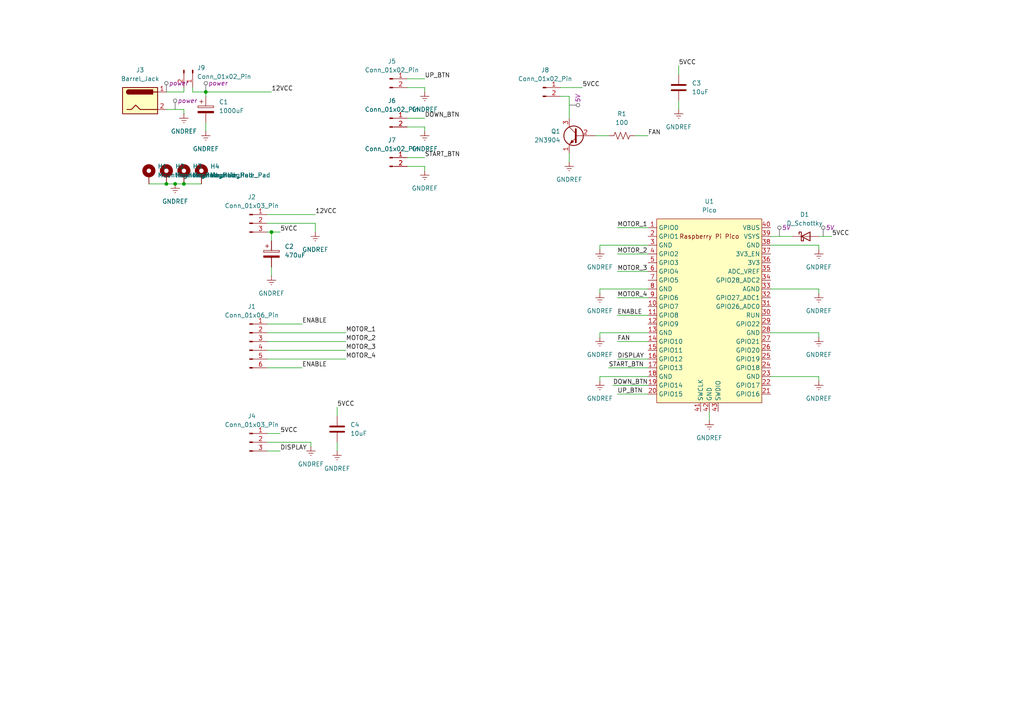
<source format=kicad_sch>
(kicad_sch (version 20231120) (generator "eeschema") (generator_version "8.0")
  (paper "A4")
  (lib_symbols
    (symbol "Connector:Barrel_Jack" (pin_names (offset 1.016))
      (property "Reference" "J" (at 0 5.334 0))
      (property "Value" "Barrel_Jack" (at 0 -5.08 0))
      (symbol "Barrel_Jack_0_1"
        (rectangle (start -5.08 3.81) (end 5.08 -3.81) (stroke (width 0.254)) (fill (type background)))
        (arc (start -3.302 3.175) (mid -3.9343 2.54) (end -3.302 1.905) (stroke (width 0.254)))
        (arc (start -3.302 3.175) (mid -3.9343 2.54) (end -3.302 1.905) (stroke (width 0.254)) (fill (type outline)))
        (polyline (pts (xy 5.08 2.54) (xy 3.81 2.54)) (stroke (width 0.254)))
        (polyline (pts (xy -3.81 -2.54) (xy -2.54 -2.54) (xy -1.27 -1.27) (xy 0 -2.54) (xy 2.54 -2.54) (xy 5.08 -2.54)) (stroke (width 0.254)))
        (rectangle (start 3.683 3.175) (end -3.302 1.905) (stroke (width 0.254)) (fill (type outline)))
      )
      (symbol "Barrel_Jack_1_1"
        (pin passive line (at 7.62 2.54 180) (length 2.54) (name "~") (number "1"))
        (pin passive line (at 7.62 -2.54 180) (length 2.54) (name "~") (number "2"))
      )
    )
    (symbol "Connector:Conn_01x02_Pin" (pin_names (offset 1.016) hide)
      (property "Reference" "J" (at 0 2.54 0))
      (property "Value" "Conn_01x02_Pin" (at 0 -5.08 0))
      (symbol "Conn_01x02_Pin_1_1"
        (polyline (pts (xy 1.27 -2.54) (xy 0.8636 -2.54)) (stroke (width 0.1524)))
        (polyline (pts (xy 1.27 0) (xy 0.8636 0)) (stroke (width 0.1524)))
        (rectangle (start 0.8636 -2.413) (end 0 -2.667) (stroke (width 0.1524)) (fill (type outline)))
        (rectangle (start 0.8636 0.127) (end 0 -0.127) (stroke (width 0.1524)) (fill (type outline)))
        (pin passive line (at 5.08 0 180) (length 3.81) (name "Pin_1") (number "1"))
        (pin passive line (at 5.08 -2.54 180) (length 3.81) (name "Pin_2") (number "2"))
      )
    )
    (symbol "Connector:Conn_01x03_Pin" (pin_names (offset 1.016) hide)
      (property "Reference" "J" (at 0 5.08 0))
      (property "Value" "Conn_01x03_Pin" (at 0 -5.08 0))
      (symbol "Conn_01x03_Pin_1_1"
        (polyline (pts (xy 1.27 -2.54) (xy 0.8636 -2.54)) (stroke (width 0.1524)))
        (polyline (pts (xy 1.27 0) (xy 0.8636 0)) (stroke (width 0.1524)))
        (polyline (pts (xy 1.27 2.54) (xy 0.8636 2.54)) (stroke (width 0.1524)))
        (rectangle (start 0.8636 -2.413) (end 0 -2.667) (stroke (width 0.1524)) (fill (type outline)))
        (rectangle (start 0.8636 0.127) (end 0 -0.127) (stroke (width 0.1524)) (fill (type outline)))
        (rectangle (start 0.8636 2.667) (end 0 2.413) (stroke (width 0.1524)) (fill (type outline)))
        (pin passive line (at 5.08 2.54 180) (length 3.81) (name "Pin_1") (number "1"))
        (pin passive line (at 5.08 0 180) (length 3.81) (name "Pin_2") (number "2"))
        (pin passive line (at 5.08 -2.54 180) (length 3.81) (name "Pin_3") (number "3"))
      )
    )
    (symbol "Connector:Conn_01x06_Pin" (pin_names (offset 1.016) hide)
      (property "Reference" "J" (at 0 7.62 0))
      (property "Value" "Conn_01x06_Pin" (at 0 -10.16 0))
      (symbol "Conn_01x06_Pin_1_1"
        (polyline (pts (xy 1.27 -7.62) (xy 0.8636 -7.62)) (stroke (width 0.1524)))
        (polyline (pts (xy 1.27 -5.08) (xy 0.8636 -5.08)) (stroke (width 0.1524)))
        (polyline (pts (xy 1.27 -2.54) (xy 0.8636 -2.54)) (stroke (width 0.1524)))
        (polyline (pts (xy 1.27 0) (xy 0.8636 0)) (stroke (width 0.1524)))
        (polyline (pts (xy 1.27 2.54) (xy 0.8636 2.54)) (stroke (width 0.1524)))
        (polyline (pts (xy 1.27 5.08) (xy 0.8636 5.08)) (stroke (width 0.1524)))
        (rectangle (start 0.8636 -7.493) (end 0 -7.747) (stroke (width 0.1524)) (fill (type outline)))
        (rectangle (start 0.8636 -4.953) (end 0 -5.207) (stroke (width 0.1524)) (fill (type outline)))
        (rectangle (start 0.8636 -2.413) (end 0 -2.667) (stroke (width 0.1524)) (fill (type outline)))
        (rectangle (start 0.8636 0.127) (end 0 -0.127) (stroke (width 0.1524)) (fill (type outline)))
        (rectangle (start 0.8636 2.667) (end 0 2.413) (stroke (width 0.1524)) (fill (type outline)))
        (rectangle (start 0.8636 5.207) (end 0 4.953) (stroke (width 0.1524)) (fill (type outline)))
        (pin passive line (at 5.08 5.08 180) (length 3.81) (name "Pin_1") (number "1"))
        (pin passive line (at 5.08 2.54 180) (length 3.81) (name "Pin_2") (number "2"))
        (pin passive line (at 5.08 0 180) (length 3.81) (name "Pin_3") (number "3"))
        (pin passive line (at 5.08 -2.54 180) (length 3.81) (name "Pin_4") (number "4"))
        (pin passive line (at 5.08 -5.08 180) (length 3.81) (name "Pin_5") (number "5"))
        (pin passive line (at 5.08 -7.62 180) (length 3.81) (name "Pin_6") (number "6"))
      )
    )
    (symbol "Device:C" (pin_numbers hide) (pin_names (offset 0.254))
      (property "Reference" "C" (at 0.635 2.54 0))
      (property "Value" "C" (at 0.635 -2.54 0))
      (symbol "C_0_1"
        (polyline (pts (xy -2.032 -0.762) (xy 2.032 -0.762)) (stroke (width 0.508)))
        (polyline (pts (xy -2.032 0.762) (xy 2.032 0.762)) (stroke (width 0.508)))
      )
      (symbol "C_1_1"
        (pin passive line (at 0 3.81 270) (length 2.794) (name "~") (number "1"))
        (pin passive line (at 0 -3.81 90) (length 2.794) (name "~") (number "2"))
      )
    )
    (symbol "Device:C_Polarized" (pin_numbers hide) (pin_names (offset 0.254))
      (property "Reference" "C" (at 0.635 2.54 0))
      (property "Value" "C_Polarized" (at 0.635 -2.54 0))
      (symbol "C_Polarized_0_1"
        (rectangle (start -2.286 0.508) (end 2.286 1.016))
        (polyline (pts (xy -1.778 2.286) (xy -0.762 2.286)))
        (polyline (pts (xy -1.27 2.794) (xy -1.27 1.778)))
        (rectangle (start 2.286 -0.508) (end -2.286 -1.016) (fill (type outline)))
      )
      (symbol "C_Polarized_1_1"
        (pin passive line (at 0 3.81 270) (length 2.794) (name "~") (number "1"))
        (pin passive line (at 0 -3.81 90) (length 2.794) (name "~") (number "2"))
      )
    )
    (symbol "Device:D_Schottky" (pin_numbers hide) (pin_names (offset 1.016) hide)
      (property "Reference" "D" (at 0 2.54 0))
      (property "Value" "D_Schottky" (at 0 -2.54 0))
      (symbol "D_Schottky_0_1"
        (polyline (pts (xy 1.27 0) (xy -1.27 0)))
        (polyline (pts (xy 1.27 1.27) (xy 1.27 -1.27) (xy -1.27 0) (xy 1.27 1.27)) (stroke (width 0.254)))
        (polyline (pts (xy -1.905 0.635) (xy -1.905 1.27) (xy -1.27 1.27) (xy -1.27 -1.27) (xy -0.635 -1.27) (xy -0.635 -0.635)) (stroke (width 0.254)))
      )
      (symbol "D_Schottky_1_1"
        (pin passive line (at -3.81 0 0) (length 2.54) (name "K") (number "1"))
        (pin passive line (at 3.81 0 180) (length 2.54) (name "A") (number "2"))
      )
    )
    (symbol "Device:R_US" (pin_numbers hide) (pin_names (offset 0))
      (property "Reference" "R" (at 2.54 0 90))
      (property "Value" "R_US" (at -2.54 0 90))
      (symbol "R_US_0_1"
        (polyline (pts (xy 0 -2.286) (xy 0 -2.54)))
        (polyline (pts (xy 0 2.286) (xy 0 2.54)))
        (polyline (pts (xy 0 -0.762) (xy 1.016 -1.143) (xy 0 -1.524) (xy -1.016 -1.905) (xy 0 -2.286)))
        (polyline (pts (xy 0 0.762) (xy 1.016 0.381) (xy 0 0) (xy -1.016 -0.381) (xy 0 -0.762)))
        (polyline (pts (xy 0 2.286) (xy 1.016 1.905) (xy 0 1.524) (xy -1.016 1.143) (xy 0 0.762)))
      )
      (symbol "R_US_1_1"
        (pin passive line (at 0 3.81 270) (length 1.27) (name "~") (number "1"))
        (pin passive line (at 0 -3.81 90) (length 1.27) (name "~") (number "2"))
      )
    )
    (symbol "MCU_RaspberryPi_and_Boards:Pico"
      (property "Reference" "U" (at -13.97 27.94 0))
      (property "Value" "Pico" (at 0 19.05 0))
      (symbol "Pico_0_0"
        (text "Raspberry Pi Pico" (at 0 21.59 0) (effects (font (size 1.27 1.27))))
      )
      (symbol "Pico_0_1"
        (rectangle (start -15.24 26.67) (end 15.24 -26.67) (fill (type background)))
      )
      (symbol "Pico_1_1"
        (pin bidirectional line (at -17.78 24.13 0) (length 2.54) (name "GPIO0") (number "1"))
        (pin bidirectional line (at -17.78 1.27 0) (length 2.54) (name "GPIO7") (number "10"))
        (pin bidirectional line (at -17.78 -1.27 0) (length 2.54) (name "GPIO8") (number "11"))
        (pin bidirectional line (at -17.78 -3.81 0) (length 2.54) (name "GPIO9") (number "12"))
        (pin power_in line (at -17.78 -6.35 0) (length 2.54) (name "GND") (number "13"))
        (pin bidirectional line (at -17.78 -8.89 0) (length 2.54) (name "GPIO10") (number "14"))
        (pin bidirectional line (at -17.78 -11.43 0) (length 2.54) (name "GPIO11") (number "15"))
        (pin bidirectional line (at -17.78 -13.97 0) (length 2.54) (name "GPIO12") (number "16"))
        (pin bidirectional line (at -17.78 -16.51 0) (length 2.54) (name "GPIO13") (number "17"))
        (pin power_in line (at -17.78 -19.05 0) (length 2.54) (name "GND") (number "18"))
        (pin bidirectional line (at -17.78 -21.59 0) (length 2.54) (name "GPIO14") (number "19"))
        (pin bidirectional line (at -17.78 21.59 0) (length 2.54) (name "GPIO1") (number "2"))
        (pin bidirectional line (at -17.78 -24.13 0) (length 2.54) (name "GPIO15") (number "20"))
        (pin bidirectional line (at 17.78 -24.13 180) (length 2.54) (name "GPIO16") (number "21"))
        (pin bidirectional line (at 17.78 -21.59 180) (length 2.54) (name "GPIO17") (number "22"))
        (pin power_in line (at 17.78 -19.05 180) (length 2.54) (name "GND") (number "23"))
        (pin bidirectional line (at 17.78 -16.51 180) (length 2.54) (name "GPIO18") (number "24"))
        (pin bidirectional line (at 17.78 -13.97 180) (length 2.54) (name "GPIO19") (number "25"))
        (pin bidirectional line (at 17.78 -11.43 180) (length 2.54) (name "GPIO20") (number "26"))
        (pin bidirectional line (at 17.78 -8.89 180) (length 2.54) (name "GPIO21") (number "27"))
        (pin power_in line (at 17.78 -6.35 180) (length 2.54) (name "GND") (number "28"))
        (pin bidirectional line (at 17.78 -3.81 180) (length 2.54) (name "GPIO22") (number "29"))
        (pin power_in line (at -17.78 19.05 0) (length 2.54) (name "GND") (number "3"))
        (pin input line (at 17.78 -1.27 180) (length 2.54) (name "RUN") (number "30"))
        (pin bidirectional line (at 17.78 1.27 180) (length 2.54) (name "GPIO26_ADC0") (number "31"))
        (pin bidirectional line (at 17.78 3.81 180) (length 2.54) (name "GPIO27_ADC1") (number "32"))
        (pin power_in line (at 17.78 6.35 180) (length 2.54) (name "AGND") (number "33"))
        (pin bidirectional line (at 17.78 8.89 180) (length 2.54) (name "GPIO28_ADC2") (number "34"))
        (pin power_in line (at 17.78 11.43 180) (length 2.54) (name "ADC_VREF") (number "35"))
        (pin power_in line (at 17.78 13.97 180) (length 2.54) (name "3V3") (number "36"))
        (pin input line (at 17.78 16.51 180) (length 2.54) (name "3V3_EN") (number "37"))
        (pin bidirectional line (at 17.78 19.05 180) (length 2.54) (name "GND") (number "38"))
        (pin power_in line (at 17.78 21.59 180) (length 2.54) (name "VSYS") (number "39"))
        (pin bidirectional line (at -17.78 16.51 0) (length 2.54) (name "GPIO2") (number "4"))
        (pin power_in line (at 17.78 24.13 180) (length 2.54) (name "VBUS") (number "40"))
        (pin input line (at -2.54 -29.21 90) (length 2.54) (name "SWCLK") (number "41"))
        (pin power_in line (at 0 -29.21 90) (length 2.54) (name "GND") (number "42"))
        (pin bidirectional line (at 2.54 -29.21 90) (length 2.54) (name "SWDIO") (number "43"))
        (pin bidirectional line (at -17.78 13.97 0) (length 2.54) (name "GPIO3") (number "5"))
        (pin bidirectional line (at -17.78 11.43 0) (length 2.54) (name "GPIO4") (number "6"))
        (pin bidirectional line (at -17.78 8.89 0) (length 2.54) (name "GPIO5") (number "7"))
        (pin power_in line (at -17.78 6.35 0) (length 2.54) (name "GND") (number "8"))
        (pin bidirectional line (at -17.78 3.81 0) (length 2.54) (name "GPIO6") (number "9"))
      )
    )
    (symbol "Mechanical:MountingHole_Pad" (pin_numbers hide) (pin_names (offset 1.016) hide) (exclude_from_sim yes) (in_bom no)
      (property "Reference" "H" (at 0 6.35 0))
      (property "Value" "MountingHole_Pad" (at 0 4.445 0))
      (symbol "MountingHole_Pad_0_1"
        (circle (center 0 1.27) (radius 1.27) (stroke (width 1.27)))
      )
      (symbol "MountingHole_Pad_1_1"
        (pin input line (at 0 -2.54 90) (length 2.54) (name "1") (number "1"))
      )
    )
    (symbol "Transistor_BJT:2N3904" (pin_names (offset 0) hide)
      (property "Reference" "Q" (at 5.08 1.905 0))
      (property "Value" "2N3904" (at 5.08 0 0))
      (symbol "2N3904_0_1"
        (polyline (pts (xy 0.635 0.635) (xy 2.54 2.54)))
        (polyline (pts (xy 0.635 -0.635) (xy 2.54 -2.54) (xy 2.54 -2.54)))
        (polyline (pts (xy 0.635 1.905) (xy 0.635 -1.905) (xy 0.635 -1.905)) (stroke (width 0.508)))
        (polyline (pts (xy 1.27 -1.778) (xy 1.778 -1.27) (xy 2.286 -2.286) (xy 1.27 -1.778) (xy 1.27 -1.778)) (fill (type outline)))
        (circle (center 1.27 0) (radius 2.8194) (stroke (width 0.254)))
      )
      (symbol "2N3904_1_1"
        (pin passive line (at 2.54 -5.08 90) (length 2.54) (name "E") (number "1"))
        (pin passive line (at -5.08 0 0) (length 5.715) (name "B") (number "2"))
        (pin passive line (at 2.54 5.08 270) (length 2.54) (name "C") (number "3"))
      )
    )
    (symbol "power:GNDREF" (power) (pin_numbers hide) (pin_names (offset 0) hide)
      (property "Value" "GNDREF" (at 0 -3.81 0))
      (symbol "GNDREF_0_1"
        (polyline (pts (xy -0.635 -1.905) (xy 0.635 -1.905)))
        (polyline (pts (xy -0.127 -2.54) (xy 0.127 -2.54)))
        (polyline (pts (xy 0 -1.27) (xy 0 0)))
        (polyline (pts (xy 1.27 -1.27) (xy -1.27 -1.27)))
      )
      (symbol "GNDREF_1_1"
        (pin power_in line (at 0 0 270) (length 0) (name "~") (number "1"))
      )
    )
  )
  (junction (at 53.34 53.34))
  (junction (at 48.26 53.34))
  (junction (at 50.8 53.34))
  (junction (at 59.69 26.67))
  (junction (at 78.74 67.31))
  (wire (pts (xy 77.47 62.23) (xy 91.44 62.23)))
  (wire (pts (xy 118.11 36.83) (xy 123.19 36.83)))
  (wire (pts (xy 77.47 128.27) (xy 90.17 128.27)))
  (wire (pts (xy 237.49 68.58) (xy 241.3 68.58)))
  (wire (pts (xy 100.33 96.52) (xy 77.47 96.52)))
  (wire (pts (xy 118.11 34.29) (xy 123.19 34.29)))
  (wire (pts (xy 223.52 96.52) (xy 237.49 96.52)))
  (wire (pts (xy 187.96 109.22) (xy 173.99 109.22)))
  (wire (pts (xy 59.69 26.67) (xy 59.69 27.94)))
  (wire (pts (xy 187.96 83.82) (xy 173.99 83.82)))
  (wire (pts (xy 179.07 104.14) (xy 187.96 104.14)))
  (wire (pts (xy 179.07 91.44) (xy 187.96 91.44)))
  (wire (pts (xy 91.44 64.77) (xy 91.44 67.31)))
  (wire (pts (xy 177.8 111.76) (xy 187.96 111.76)))
  (wire (pts (xy 223.52 109.22) (xy 237.49 109.22)))
  (wire (pts (xy 179.07 66.04) (xy 187.96 66.04)))
  (wire (pts (xy 205.74 119.38) (xy 205.74 121.92)))
  (wire (pts (xy 179.07 86.36) (xy 187.96 86.36)))
  (wire (pts (xy 118.11 45.72) (xy 123.19 45.72)))
  (wire (pts (xy 123.19 48.26) (xy 123.19 49.53)))
  (wire (pts (xy 97.79 118.11) (xy 97.79 120.65)))
  (wire (pts (xy 55.88 26.67) (xy 59.69 26.67)))
  (wire (pts (xy 48.26 53.34) (xy 50.8 53.34)))
  (wire (pts (xy 118.11 25.4) (xy 123.19 25.4)))
  (wire (pts (xy 196.85 19.05) (xy 196.85 21.59)))
  (wire (pts (xy 77.47 125.73) (xy 81.28 125.73)))
  (wire (pts (xy 223.52 68.58) (xy 229.87 68.58)))
  (wire (pts (xy 162.56 27.94) (xy 165.1 27.94)))
  (wire (pts (xy 237.49 71.12) (xy 237.49 72.39)))
  (wire (pts (xy 55.88 25.4) (xy 55.88 26.67)))
  (wire (pts (xy 59.69 26.67) (xy 78.74 26.67)))
  (wire (pts (xy 77.47 99.06) (xy 100.33 99.06)))
  (wire (pts (xy 59.69 35.56) (xy 59.69 38.1)))
  (wire (pts (xy 179.07 73.66) (xy 187.96 73.66)))
  (wire (pts (xy 43.18 53.34) (xy 48.26 53.34)))
  (wire (pts (xy 179.07 99.06) (xy 187.96 99.06)))
  (wire (pts (xy 176.53 106.68) (xy 187.96 106.68)))
  (wire (pts (xy 100.33 104.14) (xy 77.47 104.14)))
  (wire (pts (xy 77.47 130.81) (xy 81.28 130.81)))
  (wire (pts (xy 77.47 101.6) (xy 100.33 101.6)))
  (wire (pts (xy 77.47 64.77) (xy 91.44 64.77)))
  (wire (pts (xy 118.11 22.86) (xy 123.19 22.86)))
  (wire (pts (xy 162.56 25.4) (xy 168.91 25.4)))
  (wire (pts (xy 179.07 78.74) (xy 187.96 78.74)))
  (wire (pts (xy 165.1 44.45) (xy 165.1 46.99)))
  (wire (pts (xy 173.99 71.12) (xy 173.99 72.39)))
  (wire (pts (xy 53.34 53.34) (xy 58.42 53.34)))
  (wire (pts (xy 187.96 71.12) (xy 173.99 71.12)))
  (wire (pts (xy 237.49 109.22) (xy 237.49 110.49)))
  (wire (pts (xy 123.19 36.83) (xy 123.19 38.1)))
  (wire (pts (xy 90.17 128.27) (xy 90.17 129.54)))
  (wire (pts (xy 53.34 31.75) (xy 53.34 33.02)))
  (wire (pts (xy 187.96 96.52) (xy 173.99 96.52)))
  (wire (pts (xy 78.74 67.31) (xy 81.28 67.31)))
  (wire (pts (xy 172.72 39.37) (xy 176.53 39.37)))
  (wire (pts (xy 77.47 93.98) (xy 87.63 93.98)))
  (wire (pts (xy 48.26 31.75) (xy 53.34 31.75)))
  (wire (pts (xy 50.8 53.34) (xy 53.34 53.34)))
  (wire (pts (xy 77.47 67.31) (xy 78.74 67.31)))
  (wire (pts (xy 97.79 128.27) (xy 97.79 130.81)))
  (wire (pts (xy 237.49 83.82) (xy 237.49 85.09)))
  (wire (pts (xy 223.52 71.12) (xy 237.49 71.12)))
  (wire (pts (xy 173.99 83.82) (xy 173.99 85.09)))
  (wire (pts (xy 184.15 39.37) (xy 187.96 39.37)))
  (wire (pts (xy 179.07 114.3) (xy 187.96 114.3)))
  (wire (pts (xy 196.85 29.21) (xy 196.85 31.75)))
  (wire (pts (xy 165.1 27.94) (xy 165.1 34.29)))
  (wire (pts (xy 123.19 25.4) (xy 123.19 26.67)))
  (wire (pts (xy 173.99 96.52) (xy 173.99 97.79)))
  (wire (pts (xy 53.34 26.67) (xy 53.34 25.4)))
  (wire (pts (xy 77.47 106.68) (xy 87.63 106.68)))
  (wire (pts (xy 78.74 77.47) (xy 78.74 80.01)))
  (wire (pts (xy 223.52 83.82) (xy 237.49 83.82)))
  (wire (pts (xy 48.26 26.67) (xy 53.34 26.67)))
  (wire (pts (xy 173.99 109.22) (xy 173.99 110.49)))
  (wire (pts (xy 78.74 67.31) (xy 78.74 69.85)))
  (wire (pts (xy 118.11 48.26) (xy 123.19 48.26)))
  (wire (pts (xy 237.49 96.52) (xy 237.49 97.79)))
  (label "5VCC" (at 168.91 25.4 0))
  (label "FAN" (at 187.96 39.37 0))
  (label "MOTOR_4" (at 100.33 104.14 0))
  (label "MOTOR_1" (at 100.33 96.52 0))
  (label "DISPLAY" (at 179.07 104.14 0))
  (label "ENABLE" (at 179.07 91.44 0))
  (label "UP_BTN" (at 123.19 22.86 0))
  (label "MOTOR_4" (at 179.07 86.36 0))
  (label "5VCC" (at 81.28 67.31 0))
  (label "MOTOR_2" (at 179.07 73.66 0))
  (label "MOTOR_3" (at 179.07 78.74 0))
  (label "FAN" (at 179.07 99.06 0))
  (label "ENABLE" (at 87.63 93.98 0))
  (label "UP_BTN" (at 179.07 114.3 0))
  (label "DOWN_BTN" (at 177.8 111.76 0))
  (label "MOTOR_3" (at 100.33 101.6 0))
  (label "5VCC" (at 81.28 125.73 0))
  (label "DISPLAY" (at 81.28 130.81 0))
  (label "12VCC" (at 91.44 62.23 0))
  (label "ENABLE" (at 87.63 106.68 0))
  (label "12VCC" (at 78.74 26.67 0))
  (label "MOTOR_1" (at 179.07 66.04 0))
  (label "START_BTN" (at 176.53 106.68 0))
  (label "5VCC" (at 196.85 19.05 0))
  (label "MOTOR_2" (at 100.33 99.06 0))
  (label "START_BTN" (at 123.19 45.72 0))
  (label "DOWN_BTN" (at 123.19 34.29 0))
  (label "5VCC" (at 241.3 68.58 0))
  (label "5VCC" (at 97.79 118.11 0))
  (netclass_flag "" (length 2.54) (shape round) (at 48.26 26.67 0) (property "Netclass" "power" (at 48.9585 24.13 0) (effects (font (italic yes)) (justify left))))
  (netclass_flag "" (length 2.54) (shape round) (at 59.69 26.67 0) (property "Netclass" "power" (at 60.3885 24.13 0) (effects (font (italic yes)) (justify left))))
  (netclass_flag "" (length 2.54) (shape round) (at 50.8 31.75 0) (property "Netclass" "power" (at 51.4985 29.21 0) (effects (font (italic yes)) (justify left))))
  (netclass_flag "" (length 2.54) (shape round) (at 165.1 30.48 270) (property "Netclass" "5V" (at 167.64 29.7815 90) (effects (font (italic yes)) (justify left))))
  (netclass_flag "" (length 2.54) (shape round) (at 226.06 68.58 0) (property "Netclass" "5V" (at 226.7585 66.04 0) (effects (font (italic yes)) (justify left))))
  (netclass_flag "" (length 2.54) (shape round) (at 238.76 68.58 0) (property "Netclass" "5V" (at 239.4585 66.04 0) (effects (font (italic yes)) (justify left))))
  (symbol (lib_id "Device:C_Polarized") (at 78.74 73.66 0) (unit 1)
    (property "Reference" "C2" (at 82.55 71.5009 0) (effects (justify left)))
    (property "Value" "470uF" (at 82.55 74.0409 0) (effects (justify left)))
    (property "Footprint" "Capacitor_THT:CP_Radial_D8.0mm_P3.50mm" (effects (hide yes)))
    (property "Description" "Polarized capacitor" (effects (hide yes)))
  )
  (symbol (lib_id "Device:R_US") (at 180.34 39.37 90) (unit 1)
    (property "Reference" "R1" (at 180.34 33.02 90))
    (property "Value" "100" (at 180.34 35.56 90))
    (property "Footprint" "Resistor_SMD:R_0603_1608Metric_Pad0.98x0.95mm_HandSolder" (effects (hide yes)))
    (property "Description" "Resistor, US symbol" (effects (hide yes)))
  )
  (symbol (lib_id "Mechanical:MountingHole_Pad") (at 48.26 50.8 0) (unit 1) (exclude_from_sim yes) (in_bom no)
    (property "Reference" "H2" (at 50.8 48.2599 0) (effects (justify left)))
    (property "Value" "MountingHole_Pad" (at 50.8 50.7999 0) (effects (justify left)))
    (property "Footprint" "MountingHole:MountingHole_3.2mm_M3_ISO7380_Pad" (effects (hide yes)))
    (property "Description" "Mounting Hole with connection" (effects (hide yes)))
  )
  (symbol (lib_id "Connector:Conn_01x02_Pin") (at 113.03 45.72 0) (unit 1)
    (property "Reference" "J7" (at 113.665 40.64 0))
    (property "Value" "Conn_01x02_Pin" (at 113.665 43.18 0))
    (property "Footprint" "Connector_PinHeader_2.54mm:PinHeader_1x02_P2.54mm_Vertical" (effects (hide yes)))
    (property "Description" "Generic connector, single row, 01x02, script generated" (effects (hide yes)))
  )
  (symbol (lib_id "power:GNDREF") (at 196.85 31.75 0) (unit 1)
    (property "Reference" "#PWR04" (effects (hide yes)))
    (property "Value" "GNDREF" (at 196.85 36.83 0))
    (property "Description" "Power symbol creates a global label with name \"GNDREF\" , reference supply ground" (effects (hide yes)))
  )
  (symbol (lib_id "power:GNDREF") (at 91.44 67.31 0) (unit 1)
    (property "Reference" "#PWR01" (effects (hide yes)))
    (property "Value" "GNDREF" (at 91.44 72.39 0))
    (property "Description" "Power symbol creates a global label with name \"GNDREF\" , reference supply ground" (effects (hide yes)))
  )
  (symbol (lib_id "Device:C") (at 97.79 124.46 0) (unit 1)
    (property "Reference" "C4" (at 101.6 123.1899 0) (effects (justify left)))
    (property "Value" "10uF" (at 101.6 125.7299 0) (effects (justify left)))
    (property "Footprint" "Capacitor_SMD:C_0603_1608Metric_Pad1.08x0.95mm_HandSolder" (effects (hide yes)))
    (property "Description" "Unpolarized capacitor" (effects (hide yes)))
  )
  (symbol (lib_id "Connector:Conn_01x02_Pin") (at 55.88 20.32 270) (unit 1)
    (property "Reference" "J9" (at 57.15 19.6849 90) (effects (justify left)))
    (property "Value" "Conn_01x02_Pin" (at 57.15 22.2249 90) (effects (justify left)))
    (property "Footprint" "Connector_PinHeader_2.54mm:PinHeader_1x02_P2.54mm_Vertical" (effects (hide yes)))
    (property "Description" "Generic connector, single row, 01x02, script generated" (effects (hide yes)))
  )
  (symbol (lib_id "power:GNDREF") (at 50.8 53.34 0) (unit 1)
    (property "Reference" "#PWR020" (effects (hide yes)))
    (property "Value" "GNDREF" (at 50.8 58.42 0))
    (property "Description" "Power symbol creates a global label with name \"GNDREF\" , reference supply ground" (effects (hide yes)))
  )
  (symbol (lib_id "Connector:Conn_01x02_Pin") (at 157.48 25.4 0) (unit 1)
    (property "Reference" "J8" (at 158.115 20.32 0))
    (property "Value" "Conn_01x02_Pin" (at 158.115 22.86 0))
    (property "Footprint" "Connector_PinHeader_2.54mm:PinHeader_1x02_P2.54mm_Vertical" (effects (hide yes)))
    (property "Description" "Generic connector, single row, 01x02, script generated" (effects (hide yes)))
  )
  (symbol (lib_id "power:GNDREF") (at 237.49 72.39 0) (unit 1)
    (property "Reference" "#PWR016" (effects (hide yes)))
    (property "Value" "GNDREF" (at 237.49 77.47 0))
    (property "Description" "Power symbol creates a global label with name \"GNDREF\" , reference supply ground" (effects (hide yes)))
  )
  (symbol (lib_id "power:GNDREF") (at 123.19 38.1 0) (unit 1)
    (property "Reference" "#PWR06" (effects (hide yes)))
    (property "Value" "GNDREF" (at 123.19 43.18 0))
    (property "Description" "Power symbol creates a global label with name \"GNDREF\" , reference supply ground" (effects (hide yes)))
  )
  (symbol (lib_id "power:GNDREF") (at 123.19 26.67 0) (unit 1)
    (property "Reference" "#PWR05" (effects (hide yes)))
    (property "Value" "GNDREF" (at 123.19 31.75 0))
    (property "Description" "Power symbol creates a global label with name \"GNDREF\" , reference supply ground" (effects (hide yes)))
  )
  (symbol (lib_id "Connector:Conn_01x02_Pin") (at 113.03 22.86 0) (unit 1)
    (property "Reference" "J5" (at 113.665 17.78 0))
    (property "Value" "Conn_01x02_Pin" (at 113.665 20.32 0))
    (property "Footprint" "Connector_PinHeader_2.54mm:PinHeader_1x02_P2.54mm_Vertical" (effects (hide yes)))
    (property "Description" "Generic connector, single row, 01x02, script generated" (effects (hide yes)))
  )
  (symbol (lib_id "power:GNDREF") (at 173.99 110.49 0) (unit 1)
    (property "Reference" "#PWR012" (effects (hide yes)))
    (property "Value" "GNDREF" (at 173.99 115.57 0))
    (property "Description" "Power symbol creates a global label with name \"GNDREF\" , reference supply ground" (effects (hide yes)))
  )
  (symbol (lib_id "Mechanical:MountingHole_Pad") (at 53.34 50.8 0) (unit 1) (exclude_from_sim yes) (in_bom no)
    (property "Reference" "H3" (at 55.88 48.2599 0) (effects (justify left)))
    (property "Value" "MountingHole_Pad" (at 55.88 50.7999 0) (effects (justify left)))
    (property "Footprint" "MountingHole:MountingHole_3.2mm_M3_ISO7380_Pad" (effects (hide yes)))
    (property "Description" "Mounting Hole with connection" (effects (hide yes)))
  )
  (symbol (lib_id "Device:C") (at 196.85 25.4 0) (unit 1)
    (property "Reference" "C3" (at 200.66 24.1299 0) (effects (justify left)))
    (property "Value" "10uF" (at 200.66 26.6699 0) (effects (justify left)))
    (property "Footprint" "Capacitor_SMD:C_0603_1608Metric_Pad1.08x0.95mm_HandSolder" (effects (hide yes)))
    (property "Description" "Unpolarized capacitor" (effects (hide yes)))
  )
  (symbol (lib_id "power:GNDREF") (at 205.74 121.92 0) (unit 1)
    (property "Reference" "#PWR09" (effects (hide yes)))
    (property "Value" "GNDREF" (at 205.74 127 0))
    (property "Description" "Power symbol creates a global label with name \"GNDREF\" , reference supply ground" (effects (hide yes)))
  )
  (symbol (lib_id "power:GNDREF") (at 237.49 97.79 0) (unit 1)
    (property "Reference" "#PWR013" (effects (hide yes)))
    (property "Value" "GNDREF" (at 237.49 102.87 0))
    (property "Description" "Power symbol creates a global label with name \"GNDREF\" , reference supply ground" (effects (hide yes)))
  )
  (symbol (lib_id "MCU_RaspberryPi_and_Boards:Pico") (at 205.74 90.17 0) (unit 1)
    (property "Reference" "U1" (at 205.74 58.42 0))
    (property "Value" "Pico" (at 205.74 60.96 0))
    (property "Footprint" "MCU_RaspberryPi_and_Boards:RPi_Pico_SMD_TH" (effects (hide yes)))
  )
  (symbol (lib_id "Connector:Conn_01x06_Pin") (at 72.39 99.06 0) (unit 1)
    (property "Reference" "J1" (at 73.025 88.9 0))
    (property "Value" "Conn_01x06_Pin" (at 73.025 91.44 0))
    (property "Footprint" "Connector_PinHeader_2.54mm:PinHeader_1x06_P2.54mm_Vertical" (effects (hide yes)))
    (property "Description" "Generic connector, single row, 01x06, script generated" (effects (hide yes)))
  )
  (symbol (lib_id "power:GNDREF") (at 90.17 129.54 0) (unit 1)
    (property "Reference" "#PWR03" (effects (hide yes)))
    (property "Value" "GNDREF" (at 90.17 134.62 0))
    (property "Description" "Power symbol creates a global label with name \"GNDREF\" , reference supply ground" (effects (hide yes)))
  )
  (symbol (lib_id "power:GNDREF") (at 237.49 110.49 0) (unit 1)
    (property "Reference" "#PWR014" (effects (hide yes)))
    (property "Value" "GNDREF" (at 237.49 115.57 0))
    (property "Description" "Power symbol creates a global label with name \"GNDREF\" , reference supply ground" (effects (hide yes)))
  )
  (symbol (lib_id "power:GNDREF") (at 53.34 33.02 0) (unit 1)
    (property "Reference" "#PWR02" (effects (hide yes)))
    (property "Value" "GNDREF" (at 53.34 38.1 0))
    (property "Description" "Power symbol creates a global label with name \"GNDREF\" , reference supply ground" (effects (hide yes)))
  )
  (symbol (lib_id "Transistor_BJT:2N3904") (at 167.64 39.37 0) (mirror y) (unit 1)
    (property "Reference" "Q1" (at 162.56 38.0999 0) (effects (justify left)))
    (property "Value" "2N3904" (at 162.56 40.6399 0) (effects (justify left)))
    (property "Footprint" "Package_TO_SOT_THT:TO-92_Inline" (effects (hide yes)))
    (property "Datasheet" "https://www.onsemi.com/pub/Collateral/2N3903-D.PDF" (effects (hide yes)))
    (property "Description" "0.2A Ic, 40V Vce, Small Signal NPN Transistor, TO-92" (effects (hide yes)))
  )
  (symbol (lib_id "power:GNDREF") (at 78.74 80.01 0) (unit 1)
    (property "Reference" "#PWR019" (effects (hide yes)))
    (property "Value" "GNDREF" (at 78.74 85.09 0))
    (property "Description" "Power symbol creates a global label with name \"GNDREF\" , reference supply ground" (effects (hide yes)))
  )
  (symbol (lib_id "Mechanical:MountingHole_Pad") (at 58.42 50.8 0) (unit 1) (exclude_from_sim yes) (in_bom no)
    (property "Reference" "H4" (at 60.96 48.2599 0) (effects (justify left)))
    (property "Value" "MountingHole_Pad" (at 60.96 50.7999 0) (effects (justify left)))
    (property "Footprint" "MountingHole:MountingHole_3.2mm_M3_ISO7380_Pad" (effects (hide yes)))
    (property "Description" "Mounting Hole with connection" (effects (hide yes)))
  )
  (symbol (lib_id "power:GNDREF") (at 59.69 38.1 0) (unit 1)
    (property "Reference" "#PWR018" (effects (hide yes)))
    (property "Value" "GNDREF" (at 59.69 43.18 0))
    (property "Description" "Power symbol creates a global label with name \"GNDREF\" , reference supply ground" (effects (hide yes)))
  )
  (symbol (lib_id "power:GNDREF") (at 237.49 85.09 0) (unit 1)
    (property "Reference" "#PWR015" (effects (hide yes)))
    (property "Value" "GNDREF" (at 237.49 90.17 0))
    (property "Description" "Power symbol creates a global label with name \"GNDREF\" , reference supply ground" (effects (hide yes)))
  )
  (symbol (lib_id "Connector:Barrel_Jack") (at 40.64 29.21 0) (unit 1)
    (property "Reference" "J3" (at 40.64 20.32 0))
    (property "Value" "Barrel_Jack" (at 40.64 22.86 0))
    (property "Footprint" "Connector_BarrelJack:BarrelJack_CUI_PJ-036AH-SMT_Horizontal" (effects (hide yes)))
  )
  (symbol (lib_id "power:GNDREF") (at 173.99 72.39 0) (unit 1)
    (property "Reference" "#PWR08" (effects (hide yes)))
    (property "Value" "GNDREF" (at 173.99 77.47 0))
    (property "Description" "Power symbol creates a global label with name \"GNDREF\" , reference supply ground" (effects (hide yes)))
  )
  (symbol (lib_id "Connector:Conn_01x03_Pin") (at 72.39 128.27 0) (unit 1)
    (property "Reference" "J4" (at 73.025 120.65 0))
    (property "Value" "Conn_01x03_Pin" (at 73.025 123.19 0))
    (property "Footprint" "Connector_PinHeader_2.54mm:PinHeader_1x03_P2.54mm_Vertical" (effects (hide yes)))
    (property "Description" "Generic connector, single row, 01x03, script generated" (effects (hide yes)))
  )
  (symbol (lib_id "Connector:Conn_01x03_Pin") (at 72.39 64.77 0) (unit 1)
    (property "Reference" "J2" (at 73.025 57.15 0))
    (property "Value" "Conn_01x03_Pin" (at 73.025 59.69 0))
    (property "Footprint" "Connector_PinHeader_2.54mm:PinHeader_1x03_P2.54mm_Vertical" (effects (hide yes)))
    (property "Description" "Generic connector, single row, 01x03, script generated" (effects (hide yes)))
  )
  (symbol (lib_id "power:GNDREF") (at 123.19 49.53 0) (unit 1)
    (property "Reference" "#PWR07" (effects (hide yes)))
    (property "Value" "GNDREF" (at 123.19 54.61 0))
    (property "Description" "Power symbol creates a global label with name \"GNDREF\" , reference supply ground" (effects (hide yes)))
  )
  (symbol (lib_id "Connector:Conn_01x02_Pin") (at 113.03 34.29 0) (unit 1)
    (property "Reference" "J6" (at 113.665 29.21 0))
    (property "Value" "Conn_01x02_Pin" (at 113.665 31.75 0))
    (property "Footprint" "Connector_PinHeader_2.54mm:PinHeader_1x02_P2.54mm_Vertical" (effects (hide yes)))
    (property "Description" "Generic connector, single row, 01x02, script generated" (effects (hide yes)))
  )
  (symbol (lib_id "Device:C_Polarized") (at 59.69 31.75 0) (unit 1)
    (property "Reference" "C1" (at 63.5 29.5909 0) (effects (justify left)))
    (property "Value" "1000uF" (at 63.5 32.1309 0) (effects (justify left)))
    (property "Footprint" "Capacitor_THT:CP_Radial_D8.0mm_P3.50mm" (effects (hide yes)))
    (property "Description" "Polarized capacitor" (effects (hide yes)))
  )
  (symbol (lib_id "power:GNDREF") (at 173.99 85.09 0) (unit 1)
    (property "Reference" "#PWR010" (effects (hide yes)))
    (property "Value" "GNDREF" (at 173.99 90.17 0))
    (property "Description" "Power symbol creates a global label with name \"GNDREF\" , reference supply ground" (effects (hide yes)))
  )
  (symbol (lib_id "Mechanical:MountingHole_Pad") (at 43.18 50.8 0) (unit 1) (exclude_from_sim yes) (in_bom no)
    (property "Reference" "H1" (at 45.72 48.2599 0) (effects (justify left)))
    (property "Value" "MountingHole_Pad" (at 45.72 50.7999 0) (effects (justify left)))
    (property "Footprint" "MountingHole:MountingHole_3.2mm_M3_ISO7380_Pad" (effects (hide yes)))
    (property "Description" "Mounting Hole with connection" (effects (hide yes)))
  )
  (symbol (lib_id "power:GNDREF") (at 173.99 97.79 0) (unit 1)
    (property "Reference" "#PWR011" (effects (hide yes)))
    (property "Value" "GNDREF" (at 173.99 102.87 0))
    (property "Description" "Power symbol creates a global label with name \"GNDREF\" , reference supply ground" (effects (hide yes)))
  )
  (symbol (lib_id "Device:D_Schottky") (at 233.68 68.58 0) (unit 1)
    (property "Reference" "D1" (at 233.3625 62.23 0))
    (property "Value" "D_Schottky" (at 233.3625 64.77 0))
    (property "Footprint" "Diode_SMD:D_SOD-123F" (effects (hide yes)))
  )
  (symbol (lib_id "power:GNDREF") (at 97.79 130.81 0) (unit 1)
    (property "Reference" "#PWR021" (effects (hide yes)))
    (property "Value" "GNDREF" (at 97.79 135.89 0))
    (property "Description" "Power symbol creates a global label with name \"GNDREF\" , reference supply ground" (effects (hide yes)))
  )
  (symbol (lib_id "power:GNDREF") (at 165.1 46.99 0) (unit 1)
    (property "Reference" "#PWR017" (effects (hide yes)))
    (property "Value" "GNDREF" (at 165.1 52.07 0))
    (property "Description" "Power symbol creates a global label with name \"GNDREF\" , reference supply ground" (effects (hide yes)))
  )
)
</source>
